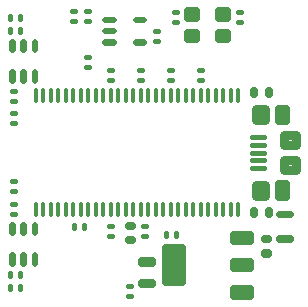
<source format=gtp>
G75*
G70*
%OFA0B0*%
%FSLAX24Y24*%
%IPPOS*%
%LPD*%
%AMOC8*
5,1,8,0,0,1.08239X$1,22.5*
%
%ADD10C,0.0125*%
%ADD11C,0.0173*%
%ADD12C,0.0295*%
%ADD13C,0.0315*%
%ADD14C,0.0256*%
%ADD15C,0.0199*%
%ADD16C,0.0198*%
%ADD17C,0.0202*%
%ADD18C,0.0197*%
%ADD19C,0.0201*%
%ADD20C,0.0157*%
%ADD21C,0.0201*%
%ADD22C,0.0202*%
D10*
X010782Y009885D02*
X010782Y010261D01*
X010782Y009885D02*
X010782Y009885D01*
X010782Y010261D01*
X010782Y010261D01*
X010782Y010009D02*
X010782Y010009D01*
X010782Y010133D02*
X010782Y010133D01*
X010782Y010257D02*
X010782Y010257D01*
X011032Y010261D02*
X011032Y009885D01*
X011032Y009885D01*
X011032Y010261D01*
X011032Y010261D01*
X011032Y010009D02*
X011032Y010009D01*
X011032Y010133D02*
X011032Y010133D01*
X011032Y010257D02*
X011032Y010257D01*
X011282Y010261D02*
X011282Y009885D01*
X011282Y009885D01*
X011282Y010261D01*
X011282Y010261D01*
X011282Y010009D02*
X011282Y010009D01*
X011282Y010133D02*
X011282Y010133D01*
X011282Y010257D02*
X011282Y010257D01*
X011532Y010261D02*
X011532Y009885D01*
X011532Y009885D01*
X011532Y010261D01*
X011532Y010261D01*
X011532Y010009D02*
X011532Y010009D01*
X011532Y010133D02*
X011532Y010133D01*
X011532Y010257D02*
X011532Y010257D01*
X011782Y010261D02*
X011782Y009885D01*
X011782Y009885D01*
X011782Y010261D01*
X011782Y010261D01*
X011782Y010009D02*
X011782Y010009D01*
X011782Y010133D02*
X011782Y010133D01*
X011782Y010257D02*
X011782Y010257D01*
X012032Y010261D02*
X012032Y009885D01*
X012032Y009885D01*
X012032Y010261D01*
X012032Y010261D01*
X012032Y010009D02*
X012032Y010009D01*
X012032Y010133D02*
X012032Y010133D01*
X012032Y010257D02*
X012032Y010257D01*
X012282Y010261D02*
X012282Y009885D01*
X012282Y009885D01*
X012282Y010261D01*
X012282Y010261D01*
X012282Y010009D02*
X012282Y010009D01*
X012282Y010133D02*
X012282Y010133D01*
X012282Y010257D02*
X012282Y010257D01*
X012532Y010261D02*
X012532Y009885D01*
X012532Y009885D01*
X012532Y010261D01*
X012532Y010261D01*
X012532Y010009D02*
X012532Y010009D01*
X012532Y010133D02*
X012532Y010133D01*
X012532Y010257D02*
X012532Y010257D01*
X012782Y010261D02*
X012782Y009885D01*
X012782Y009885D01*
X012782Y010261D01*
X012782Y010261D01*
X012782Y010009D02*
X012782Y010009D01*
X012782Y010133D02*
X012782Y010133D01*
X012782Y010257D02*
X012782Y010257D01*
X013032Y010261D02*
X013032Y009885D01*
X013032Y009885D01*
X013032Y010261D01*
X013032Y010261D01*
X013032Y010009D02*
X013032Y010009D01*
X013032Y010133D02*
X013032Y010133D01*
X013032Y010257D02*
X013032Y010257D01*
X013282Y010261D02*
X013282Y009885D01*
X013282Y009885D01*
X013282Y010261D01*
X013282Y010261D01*
X013282Y010009D02*
X013282Y010009D01*
X013282Y010133D02*
X013282Y010133D01*
X013282Y010257D02*
X013282Y010257D01*
X013532Y010261D02*
X013532Y009885D01*
X013532Y009885D01*
X013532Y010261D01*
X013532Y010261D01*
X013532Y010009D02*
X013532Y010009D01*
X013532Y010133D02*
X013532Y010133D01*
X013532Y010257D02*
X013532Y010257D01*
X013782Y010261D02*
X013782Y009885D01*
X013782Y009885D01*
X013782Y010261D01*
X013782Y010261D01*
X013782Y010009D02*
X013782Y010009D01*
X013782Y010133D02*
X013782Y010133D01*
X013782Y010257D02*
X013782Y010257D01*
X014032Y010261D02*
X014032Y009885D01*
X014032Y009885D01*
X014032Y010261D01*
X014032Y010261D01*
X014032Y010009D02*
X014032Y010009D01*
X014032Y010133D02*
X014032Y010133D01*
X014032Y010257D02*
X014032Y010257D01*
X014282Y010261D02*
X014282Y009885D01*
X014282Y009885D01*
X014282Y010261D01*
X014282Y010261D01*
X014282Y010009D02*
X014282Y010009D01*
X014282Y010133D02*
X014282Y010133D01*
X014282Y010257D02*
X014282Y010257D01*
X014532Y010261D02*
X014532Y009885D01*
X014532Y009885D01*
X014532Y010261D01*
X014532Y010261D01*
X014532Y010009D02*
X014532Y010009D01*
X014532Y010133D02*
X014532Y010133D01*
X014532Y010257D02*
X014532Y010257D01*
X014782Y010261D02*
X014782Y009885D01*
X014782Y009885D01*
X014782Y010261D01*
X014782Y010261D01*
X014782Y010009D02*
X014782Y010009D01*
X014782Y010133D02*
X014782Y010133D01*
X014782Y010257D02*
X014782Y010257D01*
X015032Y010261D02*
X015032Y009885D01*
X015032Y009885D01*
X015032Y010261D01*
X015032Y010261D01*
X015032Y010009D02*
X015032Y010009D01*
X015032Y010133D02*
X015032Y010133D01*
X015032Y010257D02*
X015032Y010257D01*
X015282Y010261D02*
X015282Y009885D01*
X015282Y009885D01*
X015282Y010261D01*
X015282Y010261D01*
X015282Y010009D02*
X015282Y010009D01*
X015282Y010133D02*
X015282Y010133D01*
X015282Y010257D02*
X015282Y010257D01*
X015532Y010261D02*
X015532Y009885D01*
X015532Y009885D01*
X015532Y010261D01*
X015532Y010261D01*
X015532Y010009D02*
X015532Y010009D01*
X015532Y010133D02*
X015532Y010133D01*
X015532Y010257D02*
X015532Y010257D01*
X015782Y010261D02*
X015782Y009885D01*
X015782Y009885D01*
X015782Y010261D01*
X015782Y010261D01*
X015782Y010009D02*
X015782Y010009D01*
X015782Y010133D02*
X015782Y010133D01*
X015782Y010257D02*
X015782Y010257D01*
X016032Y010261D02*
X016032Y009885D01*
X016032Y009885D01*
X016032Y010261D01*
X016032Y010261D01*
X016032Y010009D02*
X016032Y010009D01*
X016032Y010133D02*
X016032Y010133D01*
X016032Y010257D02*
X016032Y010257D01*
X016282Y010261D02*
X016282Y009885D01*
X016282Y009885D01*
X016282Y010261D01*
X016282Y010261D01*
X016282Y010009D02*
X016282Y010009D01*
X016282Y010133D02*
X016282Y010133D01*
X016282Y010257D02*
X016282Y010257D01*
X016532Y010261D02*
X016532Y009885D01*
X016532Y009885D01*
X016532Y010261D01*
X016532Y010261D01*
X016532Y010009D02*
X016532Y010009D01*
X016532Y010133D02*
X016532Y010133D01*
X016532Y010257D02*
X016532Y010257D01*
X016782Y010261D02*
X016782Y009885D01*
X016782Y009885D01*
X016782Y010261D01*
X016782Y010261D01*
X016782Y010009D02*
X016782Y010009D01*
X016782Y010133D02*
X016782Y010133D01*
X016782Y010257D02*
X016782Y010257D01*
X017032Y010261D02*
X017032Y009885D01*
X017032Y009885D01*
X017032Y010261D01*
X017032Y010261D01*
X017032Y010009D02*
X017032Y010009D01*
X017032Y010133D02*
X017032Y010133D01*
X017032Y010257D02*
X017032Y010257D01*
X017282Y010261D02*
X017282Y009885D01*
X017282Y009885D01*
X017282Y010261D01*
X017282Y010261D01*
X017282Y010009D02*
X017282Y010009D01*
X017282Y010133D02*
X017282Y010133D01*
X017282Y010257D02*
X017282Y010257D01*
X017532Y010261D02*
X017532Y009885D01*
X017532Y009885D01*
X017532Y010261D01*
X017532Y010261D01*
X017532Y010009D02*
X017532Y010009D01*
X017532Y010133D02*
X017532Y010133D01*
X017532Y010257D02*
X017532Y010257D01*
X017532Y013685D02*
X017532Y014061D01*
X017532Y014061D01*
X017532Y013685D01*
X017532Y013685D01*
X017532Y013809D02*
X017532Y013809D01*
X017532Y013933D02*
X017532Y013933D01*
X017532Y014057D02*
X017532Y014057D01*
X017282Y014061D02*
X017282Y013685D01*
X017282Y014061D02*
X017282Y014061D01*
X017282Y013685D01*
X017282Y013685D01*
X017282Y013809D02*
X017282Y013809D01*
X017282Y013933D02*
X017282Y013933D01*
X017282Y014057D02*
X017282Y014057D01*
X017032Y014061D02*
X017032Y013685D01*
X017032Y014061D02*
X017032Y014061D01*
X017032Y013685D01*
X017032Y013685D01*
X017032Y013809D02*
X017032Y013809D01*
X017032Y013933D02*
X017032Y013933D01*
X017032Y014057D02*
X017032Y014057D01*
X016782Y014061D02*
X016782Y013685D01*
X016782Y014061D02*
X016782Y014061D01*
X016782Y013685D01*
X016782Y013685D01*
X016782Y013809D02*
X016782Y013809D01*
X016782Y013933D02*
X016782Y013933D01*
X016782Y014057D02*
X016782Y014057D01*
X016532Y014061D02*
X016532Y013685D01*
X016532Y014061D02*
X016532Y014061D01*
X016532Y013685D01*
X016532Y013685D01*
X016532Y013809D02*
X016532Y013809D01*
X016532Y013933D02*
X016532Y013933D01*
X016532Y014057D02*
X016532Y014057D01*
X016282Y014061D02*
X016282Y013685D01*
X016282Y014061D02*
X016282Y014061D01*
X016282Y013685D01*
X016282Y013685D01*
X016282Y013809D02*
X016282Y013809D01*
X016282Y013933D02*
X016282Y013933D01*
X016282Y014057D02*
X016282Y014057D01*
X016032Y014061D02*
X016032Y013685D01*
X016032Y014061D02*
X016032Y014061D01*
X016032Y013685D01*
X016032Y013685D01*
X016032Y013809D02*
X016032Y013809D01*
X016032Y013933D02*
X016032Y013933D01*
X016032Y014057D02*
X016032Y014057D01*
X015782Y014061D02*
X015782Y013685D01*
X015782Y014061D02*
X015782Y014061D01*
X015782Y013685D01*
X015782Y013685D01*
X015782Y013809D02*
X015782Y013809D01*
X015782Y013933D02*
X015782Y013933D01*
X015782Y014057D02*
X015782Y014057D01*
X015532Y014061D02*
X015532Y013685D01*
X015532Y014061D02*
X015532Y014061D01*
X015532Y013685D01*
X015532Y013685D01*
X015532Y013809D02*
X015532Y013809D01*
X015532Y013933D02*
X015532Y013933D01*
X015532Y014057D02*
X015532Y014057D01*
X015282Y014061D02*
X015282Y013685D01*
X015282Y014061D02*
X015282Y014061D01*
X015282Y013685D01*
X015282Y013685D01*
X015282Y013809D02*
X015282Y013809D01*
X015282Y013933D02*
X015282Y013933D01*
X015282Y014057D02*
X015282Y014057D01*
X015032Y014061D02*
X015032Y013685D01*
X015032Y014061D02*
X015032Y014061D01*
X015032Y013685D01*
X015032Y013685D01*
X015032Y013809D02*
X015032Y013809D01*
X015032Y013933D02*
X015032Y013933D01*
X015032Y014057D02*
X015032Y014057D01*
X014782Y014061D02*
X014782Y013685D01*
X014782Y014061D02*
X014782Y014061D01*
X014782Y013685D01*
X014782Y013685D01*
X014782Y013809D02*
X014782Y013809D01*
X014782Y013933D02*
X014782Y013933D01*
X014782Y014057D02*
X014782Y014057D01*
X014532Y014061D02*
X014532Y013685D01*
X014532Y014061D02*
X014532Y014061D01*
X014532Y013685D01*
X014532Y013685D01*
X014532Y013809D02*
X014532Y013809D01*
X014532Y013933D02*
X014532Y013933D01*
X014532Y014057D02*
X014532Y014057D01*
X014282Y014061D02*
X014282Y013685D01*
X014282Y014061D02*
X014282Y014061D01*
X014282Y013685D01*
X014282Y013685D01*
X014282Y013809D02*
X014282Y013809D01*
X014282Y013933D02*
X014282Y013933D01*
X014282Y014057D02*
X014282Y014057D01*
X014032Y014061D02*
X014032Y013685D01*
X014032Y014061D02*
X014032Y014061D01*
X014032Y013685D01*
X014032Y013685D01*
X014032Y013809D02*
X014032Y013809D01*
X014032Y013933D02*
X014032Y013933D01*
X014032Y014057D02*
X014032Y014057D01*
X013782Y014061D02*
X013782Y013685D01*
X013782Y014061D02*
X013782Y014061D01*
X013782Y013685D01*
X013782Y013685D01*
X013782Y013809D02*
X013782Y013809D01*
X013782Y013933D02*
X013782Y013933D01*
X013782Y014057D02*
X013782Y014057D01*
X013532Y014061D02*
X013532Y013685D01*
X013532Y014061D02*
X013532Y014061D01*
X013532Y013685D01*
X013532Y013685D01*
X013532Y013809D02*
X013532Y013809D01*
X013532Y013933D02*
X013532Y013933D01*
X013532Y014057D02*
X013532Y014057D01*
X013282Y014061D02*
X013282Y013685D01*
X013282Y014061D02*
X013282Y014061D01*
X013282Y013685D01*
X013282Y013685D01*
X013282Y013809D02*
X013282Y013809D01*
X013282Y013933D02*
X013282Y013933D01*
X013282Y014057D02*
X013282Y014057D01*
X013032Y014061D02*
X013032Y013685D01*
X013032Y014061D02*
X013032Y014061D01*
X013032Y013685D01*
X013032Y013685D01*
X013032Y013809D02*
X013032Y013809D01*
X013032Y013933D02*
X013032Y013933D01*
X013032Y014057D02*
X013032Y014057D01*
X012782Y014061D02*
X012782Y013685D01*
X012782Y014061D02*
X012782Y014061D01*
X012782Y013685D01*
X012782Y013685D01*
X012782Y013809D02*
X012782Y013809D01*
X012782Y013933D02*
X012782Y013933D01*
X012782Y014057D02*
X012782Y014057D01*
X012532Y014061D02*
X012532Y013685D01*
X012532Y014061D02*
X012532Y014061D01*
X012532Y013685D01*
X012532Y013685D01*
X012532Y013809D02*
X012532Y013809D01*
X012532Y013933D02*
X012532Y013933D01*
X012532Y014057D02*
X012532Y014057D01*
X012282Y014061D02*
X012282Y013685D01*
X012282Y014061D02*
X012282Y014061D01*
X012282Y013685D01*
X012282Y013685D01*
X012282Y013809D02*
X012282Y013809D01*
X012282Y013933D02*
X012282Y013933D01*
X012282Y014057D02*
X012282Y014057D01*
X012032Y014061D02*
X012032Y013685D01*
X012032Y014061D02*
X012032Y014061D01*
X012032Y013685D01*
X012032Y013685D01*
X012032Y013809D02*
X012032Y013809D01*
X012032Y013933D02*
X012032Y013933D01*
X012032Y014057D02*
X012032Y014057D01*
X011782Y014061D02*
X011782Y013685D01*
X011782Y014061D02*
X011782Y014061D01*
X011782Y013685D01*
X011782Y013685D01*
X011782Y013809D02*
X011782Y013809D01*
X011782Y013933D02*
X011782Y013933D01*
X011782Y014057D02*
X011782Y014057D01*
X011532Y014061D02*
X011532Y013685D01*
X011532Y014061D02*
X011532Y014061D01*
X011532Y013685D01*
X011532Y013685D01*
X011532Y013809D02*
X011532Y013809D01*
X011532Y013933D02*
X011532Y013933D01*
X011532Y014057D02*
X011532Y014057D01*
X011282Y014061D02*
X011282Y013685D01*
X011282Y014061D02*
X011282Y014061D01*
X011282Y013685D01*
X011282Y013685D01*
X011282Y013809D02*
X011282Y013809D01*
X011282Y013933D02*
X011282Y013933D01*
X011282Y014057D02*
X011282Y014057D01*
X011032Y014061D02*
X011032Y013685D01*
X011032Y014061D02*
X011032Y014061D01*
X011032Y013685D01*
X011032Y013685D01*
X011032Y013809D02*
X011032Y013809D01*
X011032Y013933D02*
X011032Y013933D01*
X011032Y014057D02*
X011032Y014057D01*
X010782Y014061D02*
X010782Y013685D01*
X010782Y014061D02*
X010782Y014061D01*
X010782Y013685D01*
X010782Y013685D01*
X010782Y013809D02*
X010782Y013809D01*
X010782Y013933D02*
X010782Y013933D01*
X010782Y014057D02*
X010782Y014057D01*
D11*
X018403Y012484D02*
X018403Y012484D01*
X017985Y012484D01*
X017985Y012484D01*
X018403Y012484D01*
X018403Y012228D02*
X018403Y012228D01*
X017985Y012228D01*
X017985Y012228D01*
X018403Y012228D01*
X018403Y011973D02*
X018403Y011973D01*
X017985Y011973D01*
X017985Y011973D01*
X018403Y011973D01*
X018403Y011717D02*
X018403Y011717D01*
X017985Y011717D01*
X017985Y011717D01*
X018403Y011717D01*
X018403Y011461D02*
X018403Y011461D01*
X017985Y011461D01*
X017985Y011461D01*
X018403Y011461D01*
D12*
X018431Y010900D02*
X018431Y010526D01*
X018135Y010526D01*
X018135Y010900D01*
X018431Y010900D01*
X018431Y010820D02*
X018135Y010820D01*
X018431Y013045D02*
X018431Y013419D01*
X018431Y013045D02*
X018135Y013045D01*
X018135Y013419D01*
X018431Y013419D01*
X018431Y013339D02*
X018135Y013339D01*
D13*
X019454Y012554D02*
X019454Y012238D01*
X019060Y012238D01*
X019060Y012554D01*
X019454Y012554D01*
X019454Y012552D02*
X019060Y012552D01*
X019454Y011715D02*
X019454Y011399D01*
X019060Y011399D01*
X019060Y011715D01*
X019454Y011715D01*
X019454Y011713D02*
X019060Y011713D01*
D14*
X018879Y010923D02*
X018879Y010503D01*
X018879Y010923D02*
X019135Y010923D01*
X019135Y010503D01*
X018879Y010503D01*
X018879Y010758D02*
X019135Y010758D01*
X019135Y013022D02*
X019135Y013442D01*
X019135Y013022D02*
X018879Y013022D01*
X018879Y013442D01*
X019135Y013442D01*
X019135Y013277D02*
X018879Y013277D01*
D15*
X014406Y015640D02*
X014406Y015658D01*
X014406Y015640D02*
X014132Y015640D01*
X014132Y015658D01*
X014406Y015658D01*
X014406Y016388D02*
X014406Y016406D01*
X014406Y016388D02*
X014132Y016388D01*
X014132Y016406D01*
X014406Y016406D01*
X013382Y016406D02*
X013382Y016388D01*
X013108Y016388D01*
X013108Y016406D01*
X013382Y016406D01*
X013382Y016032D02*
X013382Y016014D01*
X013108Y016014D01*
X013108Y016032D01*
X013382Y016032D01*
X013382Y015658D02*
X013382Y015640D01*
X013108Y015640D01*
X013108Y015658D01*
X013382Y015658D01*
X010765Y015671D02*
X010747Y015671D01*
X010765Y015671D02*
X010765Y015397D01*
X010747Y015397D01*
X010747Y015671D01*
X010747Y015595D02*
X010765Y015595D01*
X010391Y015671D02*
X010373Y015671D01*
X010391Y015671D02*
X010391Y015397D01*
X010373Y015397D01*
X010373Y015671D01*
X010373Y015595D02*
X010391Y015595D01*
X010017Y015671D02*
X009999Y015671D01*
X010017Y015671D02*
X010017Y015397D01*
X009999Y015397D01*
X009999Y015671D01*
X009999Y015595D02*
X010017Y015595D01*
X009999Y014648D02*
X010017Y014648D01*
X010017Y014374D01*
X009999Y014374D01*
X009999Y014648D01*
X009999Y014572D02*
X010017Y014572D01*
X010373Y014648D02*
X010391Y014648D01*
X010391Y014374D01*
X010373Y014374D01*
X010373Y014648D01*
X010373Y014572D02*
X010391Y014572D01*
X010747Y014648D02*
X010765Y014648D01*
X010765Y014374D01*
X010747Y014374D01*
X010747Y014648D01*
X010747Y014572D02*
X010765Y014572D01*
X010765Y009297D02*
X010747Y009297D01*
X010747Y009571D01*
X010765Y009571D01*
X010765Y009297D01*
X010765Y009495D02*
X010747Y009495D01*
X010391Y009297D02*
X010373Y009297D01*
X010373Y009571D01*
X010391Y009571D01*
X010391Y009297D01*
X010391Y009495D02*
X010373Y009495D01*
X010017Y009297D02*
X009999Y009297D01*
X009999Y009571D01*
X010017Y009571D01*
X010017Y009297D01*
X010017Y009495D02*
X009999Y009495D01*
X010017Y008274D02*
X009999Y008274D01*
X009999Y008548D01*
X010017Y008548D01*
X010017Y008274D01*
X010017Y008472D02*
X009999Y008472D01*
X010373Y008274D02*
X010391Y008274D01*
X010373Y008274D02*
X010373Y008548D01*
X010391Y008548D01*
X010391Y008274D01*
X010391Y008472D02*
X010373Y008472D01*
X010747Y008274D02*
X010765Y008274D01*
X010747Y008274D02*
X010747Y008548D01*
X010765Y008548D01*
X010765Y008274D01*
X010765Y008472D02*
X010747Y008472D01*
D16*
X015819Y015731D02*
X016171Y015731D01*
X015819Y015731D02*
X015819Y016005D01*
X016171Y016005D01*
X016171Y015731D01*
X016171Y015928D02*
X015819Y015928D01*
X015819Y016440D02*
X016171Y016440D01*
X015819Y016440D02*
X015819Y016714D01*
X016171Y016714D01*
X016171Y016440D01*
X016171Y016637D02*
X015819Y016637D01*
X016843Y016440D02*
X017195Y016440D01*
X016843Y016440D02*
X016843Y016714D01*
X017195Y016714D01*
X017195Y016440D01*
X017195Y016637D02*
X016843Y016637D01*
X016843Y015731D02*
X017195Y015731D01*
X016843Y015731D02*
X016843Y016005D01*
X017195Y016005D01*
X017195Y015731D01*
X017195Y015928D02*
X016843Y015928D01*
D17*
X017949Y009273D02*
X017949Y008983D01*
X017365Y008983D01*
X017365Y009273D01*
X017949Y009273D01*
X017949Y009184D02*
X017365Y009184D01*
X017949Y008368D02*
X017949Y008078D01*
X017365Y008078D01*
X017365Y008368D01*
X017949Y008368D01*
X017949Y008279D02*
X017365Y008279D01*
X017949Y007462D02*
X017949Y007172D01*
X017365Y007172D01*
X017365Y007462D01*
X017949Y007462D01*
X017949Y007373D02*
X017365Y007373D01*
D18*
X015690Y007613D02*
X015690Y008833D01*
X015690Y007613D02*
X015100Y007613D01*
X015100Y008833D01*
X015690Y008833D01*
X015690Y007809D02*
X015100Y007809D01*
X015100Y008005D02*
X015690Y008005D01*
X015690Y008201D02*
X015100Y008201D01*
X015100Y008397D02*
X015690Y008397D01*
X015690Y008593D02*
X015100Y008593D01*
X015100Y008789D02*
X015690Y008789D01*
D19*
X018907Y009075D02*
X018907Y009111D01*
X019307Y009111D01*
X019307Y009075D01*
X018907Y009075D01*
X018907Y009884D02*
X018907Y009920D01*
X019307Y009920D01*
X019307Y009884D01*
X018907Y009884D01*
D20*
X009915Y007423D02*
X009915Y007423D01*
X009915Y007523D01*
X009915Y007523D01*
X009915Y007423D01*
X010249Y007423D02*
X010249Y007423D01*
X010249Y007523D01*
X010249Y007523D01*
X010249Y007423D01*
X010249Y007848D02*
X010249Y007848D01*
X010249Y007948D01*
X010249Y007948D01*
X010249Y007848D01*
X009915Y007848D02*
X009915Y007848D01*
X009915Y007948D01*
X009915Y007948D01*
X009915Y007848D01*
X012065Y009573D02*
X012065Y009573D01*
X012065Y009473D01*
X012065Y009473D01*
X012065Y009573D01*
X012399Y009573D02*
X012399Y009573D01*
X012399Y009473D01*
X012399Y009473D01*
X012399Y009573D01*
X013332Y009540D02*
X013332Y009540D01*
X013232Y009540D01*
X013232Y009540D01*
X013332Y009540D01*
X013332Y009205D02*
X013332Y009205D01*
X013232Y009205D01*
X013232Y009205D01*
X013332Y009205D01*
X014357Y009205D02*
X014357Y009205D01*
X014457Y009205D01*
X014457Y009205D01*
X014357Y009205D01*
X014357Y009540D02*
X014357Y009540D01*
X014457Y009540D01*
X014457Y009540D01*
X014357Y009540D01*
X015140Y009198D02*
X015140Y009198D01*
X015140Y009298D01*
X015140Y009298D01*
X015140Y009198D01*
X015474Y009198D02*
X015474Y009198D01*
X015474Y009298D01*
X015474Y009298D01*
X015474Y009198D01*
X013957Y007515D02*
X013957Y007515D01*
X013857Y007515D01*
X013857Y007515D01*
X013957Y007515D01*
X013957Y007180D02*
X013957Y007180D01*
X013857Y007180D01*
X013857Y007180D01*
X013957Y007180D01*
X009982Y009930D02*
X009982Y009930D01*
X010082Y009930D01*
X010082Y009930D01*
X009982Y009930D01*
X009982Y010265D02*
X009982Y010265D01*
X010082Y010265D01*
X010082Y010265D01*
X009982Y010265D01*
X009982Y010680D02*
X009982Y010680D01*
X010082Y010680D01*
X010082Y010680D01*
X009982Y010680D01*
X009982Y011015D02*
X009982Y011015D01*
X010082Y011015D01*
X010082Y011015D01*
X009982Y011015D01*
X010082Y012955D02*
X010082Y012955D01*
X009982Y012955D01*
X009982Y012955D01*
X010082Y012955D01*
X010082Y013290D02*
X010082Y013290D01*
X009982Y013290D01*
X009982Y013290D01*
X010082Y013290D01*
X010082Y013680D02*
X010082Y013680D01*
X009982Y013680D01*
X009982Y013680D01*
X010082Y013680D01*
X010082Y014015D02*
X010082Y014015D01*
X009982Y014015D01*
X009982Y014015D01*
X010082Y014015D01*
X012457Y014830D02*
X012457Y014830D01*
X012557Y014830D01*
X012557Y014830D01*
X012457Y014830D01*
X012457Y015165D02*
X012457Y015165D01*
X012557Y015165D01*
X012557Y015165D01*
X012457Y015165D01*
X013232Y014740D02*
X013232Y014740D01*
X013332Y014740D01*
X013332Y014740D01*
X013232Y014740D01*
X013232Y014405D02*
X013232Y014405D01*
X013332Y014405D01*
X013332Y014405D01*
X013232Y014405D01*
X014232Y014405D02*
X014232Y014405D01*
X014332Y014405D01*
X014332Y014405D01*
X014232Y014405D01*
X014232Y014740D02*
X014232Y014740D01*
X014332Y014740D01*
X014332Y014740D01*
X014232Y014740D01*
X015232Y014740D02*
X015232Y014740D01*
X015332Y014740D01*
X015332Y014740D01*
X015232Y014740D01*
X015232Y014405D02*
X015232Y014405D01*
X015332Y014405D01*
X015332Y014405D01*
X015232Y014405D01*
X016232Y014405D02*
X016232Y014405D01*
X016332Y014405D01*
X016332Y014405D01*
X016232Y014405D01*
X016232Y014740D02*
X016232Y014740D01*
X016332Y014740D01*
X016332Y014740D01*
X016232Y014740D01*
X014857Y015680D02*
X014857Y015680D01*
X014757Y015680D01*
X014757Y015680D01*
X014857Y015680D01*
X014857Y016015D02*
X014857Y016015D01*
X014757Y016015D01*
X014757Y016015D01*
X014857Y016015D01*
X015382Y016330D02*
X015382Y016330D01*
X015482Y016330D01*
X015482Y016330D01*
X015382Y016330D01*
X015382Y016665D02*
X015382Y016665D01*
X015482Y016665D01*
X015482Y016665D01*
X015382Y016665D01*
X017632Y016665D02*
X017632Y016665D01*
X017532Y016665D01*
X017532Y016665D01*
X017632Y016665D01*
X017632Y016330D02*
X017632Y016330D01*
X017532Y016330D01*
X017532Y016330D01*
X017632Y016330D01*
X012557Y016355D02*
X012557Y016355D01*
X012457Y016355D01*
X012457Y016355D01*
X012557Y016355D01*
X012557Y016690D02*
X012557Y016690D01*
X012457Y016690D01*
X012457Y016690D01*
X012557Y016690D01*
X012107Y016690D02*
X012107Y016690D01*
X012007Y016690D01*
X012007Y016690D01*
X012107Y016690D01*
X012107Y016355D02*
X012107Y016355D01*
X012007Y016355D01*
X012007Y016355D01*
X012107Y016355D01*
X010249Y016423D02*
X010249Y016423D01*
X010249Y016523D01*
X010249Y016523D01*
X010249Y016423D01*
X009915Y016423D02*
X009915Y016423D01*
X009915Y016523D01*
X009915Y016523D01*
X009915Y016423D01*
X009915Y015998D02*
X009915Y015998D01*
X009915Y016098D01*
X009915Y016098D01*
X009915Y015998D01*
X010249Y015998D02*
X010249Y015998D01*
X010249Y016098D01*
X010249Y016098D01*
X010249Y015998D01*
D21*
X018029Y013896D02*
X018105Y013896D01*
X018029Y013896D02*
X018029Y014050D01*
X018105Y014050D01*
X018105Y013896D01*
X018509Y013896D02*
X018585Y013896D01*
X018509Y013896D02*
X018509Y014050D01*
X018585Y014050D01*
X018585Y013896D01*
X018585Y009896D02*
X018509Y009896D01*
X018509Y010050D01*
X018585Y010050D01*
X018585Y009896D01*
X018105Y009896D02*
X018029Y009896D01*
X018029Y010050D01*
X018105Y010050D01*
X018105Y009896D01*
X018405Y009126D02*
X018405Y009050D01*
X018405Y009126D02*
X018559Y009126D01*
X018559Y009050D01*
X018405Y009050D01*
X018405Y008646D02*
X018405Y008570D01*
X018405Y008646D02*
X018559Y008646D01*
X018559Y008570D01*
X018405Y008570D01*
X013855Y009020D02*
X013855Y009096D01*
X014009Y009096D01*
X014009Y009020D01*
X013855Y009020D01*
X013855Y009500D02*
X013855Y009576D01*
X014009Y009576D01*
X014009Y009500D01*
X013855Y009500D01*
D22*
X014706Y008383D02*
X014706Y008271D01*
X014308Y008271D01*
X014308Y008383D01*
X014706Y008383D01*
X014706Y007674D02*
X014706Y007562D01*
X014308Y007562D01*
X014308Y007674D01*
X014706Y007674D01*
M02*

</source>
